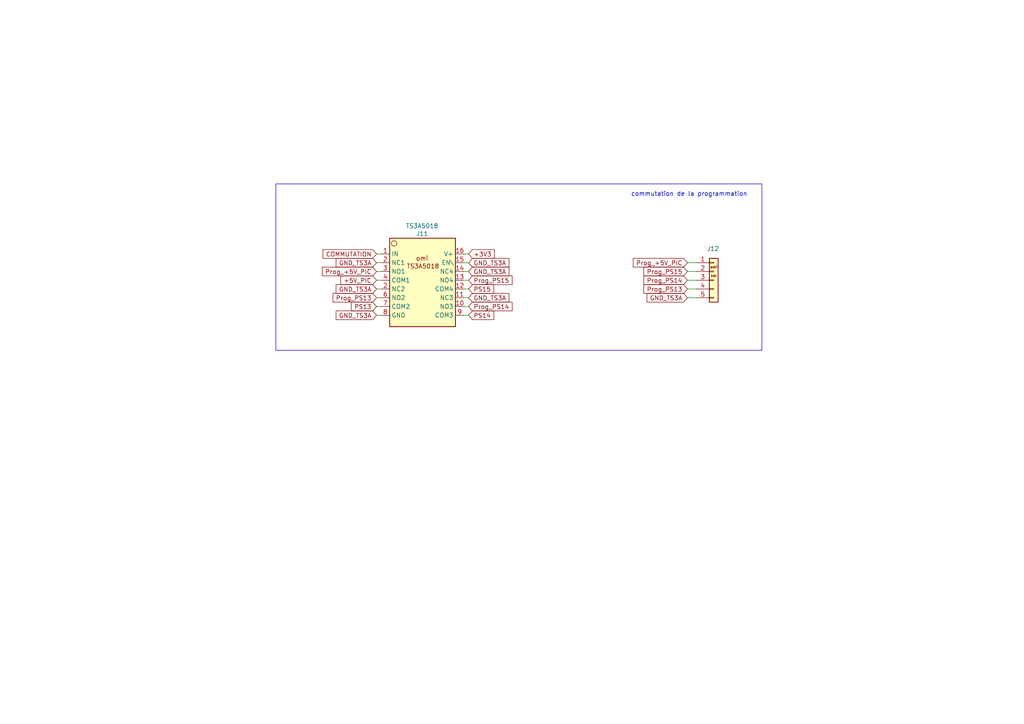
<source format=kicad_sch>
(kicad_sch (version 20231120) (generator "eeschema") (generator_version "8.0")
  (paper "A4")
  (lib_symbols
    (symbol "Omiconnecteur:Conn_01x05_P2.54mm_pinheader_vertical" (pin_names (offset 1.016) hide)
      (property "Reference" "J" (at -1.27 10.16 0))
      (symbol "Conn_01x05_P2.54mm_pinheader_vertical_1_1"
        (rectangle (start -1.27 -2.413) (end 0 -2.667) (stroke (width 0.1524)))
        (rectangle (start -1.27 0.127) (end 0 -0.127) (stroke (width 0.1524)))
        (rectangle (start -1.27 2.667) (end 0 2.413) (stroke (width 0.1524)))
        (rectangle (start -1.27 5.207) (end 0 4.953) (stroke (width 0.1524)))
        (rectangle (start -1.27 7.747) (end 0 7.493) (stroke (width 0.1524)))
        (rectangle (start -1.27 8.89) (end 1.27 -3.81) (stroke (width 0.254)) (fill (type background)))
        (text "2.54" (at 0 3.81 0) (effects (font (size 0.5 0.5))))
        (text "omi" (at 0 6.35 0) (effects (font (size 0.75 0.75))))
        (pin passive line (at -5.08 7.62 0) (length 3.81) (name "Pin_1") (number "1"))
        (pin passive line (at -5.08 5.08 0) (length 3.81) (name "Pin_2") (number "2"))
        (pin passive line (at -5.08 2.54 0) (length 3.81) (name "Pin_3") (number "3"))
        (pin passive line (at -5.08 0 0) (length 3.81) (name "Pin_4") (number "4"))
        (pin passive line (at -5.08 -2.54 0) (length 3.81) (name "Pin_5") (number "5"))
      )
    )
    (symbol "Omiswitch:TS3A5018"
      (property "Reference" "J" (at 1.016 5.842 0))
      (symbol "TS3A5018_0_1"
        (rectangle (start -5.08 3.302) (end 13.97 -22.352) (stroke (width 0.254)) (fill (type background)))
        (circle (center -3.81 1.778) (radius 0.762))
      )
      (symbol "TS3A5018_1_1"
        (text "omi\n" (at 4.318 -2.54 0) (effects (font (size 1.27 1.27))))
        (text "TS3A5018" (at 4.572 -4.826 0) (effects (font (size 1.27 1.27))))
        (pin input line (at -7.62 -1.27 0) (length 2.54) (name "IN") (number "1"))
        (pin input line (at 16.51 -16.51 180) (length 2.54) (name "NO3") (number "10"))
        (pin input line (at 16.51 -13.97 180) (length 2.54) (name "NC3") (number "11"))
        (pin input line (at 16.51 -11.43 180) (length 2.54) (name "COM4") (number "12"))
        (pin input line (at 16.51 -8.89 180) (length 2.54) (name "NO4") (number "13"))
        (pin input line (at 16.51 -6.35 180) (length 2.54) (name "NC4") (number "14"))
        (pin input line (at 16.51 -3.81 180) (length 2.54) (name "EN\\") (number "15"))
        (pin input line (at 16.51 -1.27 180) (length 2.54) (name "V+") (number "16"))
        (pin input line (at -7.62 -3.81 0) (length 2.54) (name "NC1") (number "2"))
        (pin input line (at -7.62 -11.43 0) (length 2.54) (name "NC2") (number "2"))
        (pin input line (at -7.62 -6.35 0) (length 2.54) (name "NO1") (number "3"))
        (pin input line (at -7.62 -8.89 0) (length 2.54) (name "COM1") (number "4"))
        (pin input line (at -7.62 -13.97 0) (length 2.54) (name "NO2") (number "6"))
        (pin input line (at -7.62 -16.51 0) (length 2.54) (name "COM2") (number "7"))
        (pin input line (at -7.62 -19.05 0) (length 2.54) (name "GND") (number "8"))
        (pin input line (at 16.51 -19.05 180) (length 2.54) (name "COM3") (number "9"))
      )
    )
  )
  (wire (pts (xy 199.39 76.2) (xy 201.93 76.2)))
  (wire (pts (xy 109.22 83.82) (xy 110.49 83.82)))
  (wire (pts (xy 135.89 91.44) (xy 134.62 91.44)))
  (wire (pts (xy 109.22 76.2) (xy 110.49 76.2)))
  (wire (pts (xy 109.22 78.74) (xy 110.49 78.74)))
  (wire (pts (xy 109.22 91.44) (xy 110.49 91.44)))
  (wire (pts (xy 109.22 73.66) (xy 110.49 73.66)))
  (wire (pts (xy 109.22 86.36) (xy 110.49 86.36)))
  (wire (pts (xy 135.89 76.2) (xy 134.62 76.2)))
  (wire (pts (xy 199.39 83.82) (xy 201.93 83.82)))
  (wire (pts (xy 135.89 83.82) (xy 134.62 83.82)))
  (wire (pts (xy 109.22 88.9) (xy 110.49 88.9)))
  (wire (pts (xy 135.89 78.74) (xy 134.62 78.74)))
  (wire (pts (xy 199.39 78.74) (xy 201.93 78.74)))
  (wire (pts (xy 135.89 86.36) (xy 134.62 86.36)))
  (wire (pts (xy 109.22 81.28) (xy 110.49 81.28)))
  (wire (pts (xy 199.39 81.28) (xy 201.93 81.28)))
  (wire (pts (xy 135.89 88.9) (xy 134.62 88.9)))
  (wire (pts (xy 199.39 86.36) (xy 201.93 86.36)))
  (wire (pts (xy 135.89 81.28) (xy 134.62 81.28)))
  (wire (pts (xy 135.89 73.66) (xy 134.62 73.66)))
  (rectangle (start 80.01 53.34) (end 220.98 101.6))
  (text "commutation de la programmation\n" (at 199.898 56.388 0) (effects (font (size 1.27 1.27))))
  (global_label "Prog_+5V_PIC" (shape input) (at 199.39 76.2 180) (property "Intersheetrefs" "${INTERSHEET_REFS}" (effects (hide yes))))
  (global_label "GND_TS3A" (shape input) (at 135.89 86.36 0) (property "Intersheetrefs" "${INTERSHEET_REFS}" (effects (hide yes))))
  (global_label "Prog_+5V_PIC" (shape input) (at 109.22 78.74 180) (property "Intersheetrefs" "${INTERSHEET_REFS}" (effects (hide yes))))
  (global_label "COMMUTATION" (shape input) (at 109.22 73.66 180) (property "Intersheetrefs" "${INTERSHEET_REFS}" (effects (hide yes))))
  (global_label "Prog_PS15" (shape input) (at 135.89 81.28 0) (property "Intersheetrefs" "${INTERSHEET_REFS}" (effects (hide yes))))
  (global_label "PS15" (shape input) (at 135.89 83.82 0) (property "Intersheetrefs" "${INTERSHEET_REFS}" (effects (hide yes))))
  (global_label "Prog_PS13" (shape input) (at 109.22 86.36 180) (property "Intersheetrefs" "${INTERSHEET_REFS}" (effects (hide yes))))
  (global_label "+5V_PIC" (shape input) (at 109.22 81.28 180) (property "Intersheetrefs" "${INTERSHEET_REFS}" (effects (hide yes))))
  (global_label "+3V3" (shape input) (at 135.89 73.66 0) (property "Intersheetrefs" "${INTERSHEET_REFS}" (effects (hide yes))))
  (global_label "GND_TS3A" (shape input) (at 135.89 78.74 0) (property "Intersheetrefs" "${INTERSHEET_REFS}" (effects (hide yes))))
  (global_label "GND_TS3A" (shape input) (at 109.22 83.82 180) (property "Intersheetrefs" "${INTERSHEET_REFS}" (effects (hide yes))))
  (global_label "Prog_PS14" (shape input) (at 135.89 88.9 0) (property "Intersheetrefs" "${INTERSHEET_REFS}" (effects (hide yes))))
  (global_label "Prog_PS15" (shape input) (at 199.39 78.74 180) (property "Intersheetrefs" "${INTERSHEET_REFS}" (effects (hide yes))))
  (global_label "Prog_PS14" (shape input) (at 199.39 81.28 180) (property "Intersheetrefs" "${INTERSHEET_REFS}" (effects (hide yes))))
  (global_label "GND_TS3A" (shape input) (at 109.22 91.44 180) (property "Intersheetrefs" "${INTERSHEET_REFS}" (effects (hide yes))))
  (global_label "PS14" (shape input) (at 135.89 91.44 0) (property "Intersheetrefs" "${INTERSHEET_REFS}" (effects (hide yes))))
  (global_label "GND_TS3A" (shape input) (at 109.22 76.2 180) (property "Intersheetrefs" "${INTERSHEET_REFS}" (effects (hide yes))))
  (global_label "PS13" (shape input) (at 109.22 88.9 180) (property "Intersheetrefs" "${INTERSHEET_REFS}" (effects (hide yes))))
  (global_label "GND_TS3A" (shape input) (at 135.89 76.2 0) (property "Intersheetrefs" "${INTERSHEET_REFS}" (effects (hide yes))))
  (global_label "GND_TS3A" (shape input) (at 199.39 86.36 180) (property "Intersheetrefs" "${INTERSHEET_REFS}" (effects (hide yes))))
  (global_label "Prog_PS13" (shape input) (at 199.39 83.82 180) (property "Intersheetrefs" "${INTERSHEET_REFS}" (effects (hide yes))))
  (symbol (lib_id "Omiswitch:TS3A5018") (at 118.11 72.39 0) (unit 1)
    (property "Reference" "J11" (at 122.428 67.818 0))
    (property "Value" "TS3A5018" (at 122.428 65.532 0))
    (property "Datasheet" "https://www.ti.com/lit/ds/symlink/ts3a5018.pdf?ts=1750706537361&ref_url=https%253A%252F%252Fwww.google.com%252F" (effects (hide yes)))
  )
  (symbol (lib_id "Omiconnecteur:Conn_01x05_P2.54mm_pinheader_vertical") (at 207.01 83.82 0) (unit 1)
    (property "Reference" "J12" (at 204.978 72.136 0) (effects (justify left)))
    (property "Value" "Conn_01x05_P2.54mm_pinheader_vertical" (effects (hide yes)))
    (property "Footprint" "Omiconnecteur:PinHeader_1x05_P2.54mm_V_omi" (effects (hide yes)))
    (property "Datasheet" "https://cdn.amphenol-cs.com/media/wysiwyg/files/documentation/datasheet/boardwiretoboard/bwb_bergstik.pdf" (effects (hide yes)))
    (property "Description" "Generic connector, single row, 01x08, script generated (kicad-library-utils/schlib/autogen/connector/)" (effects (hide yes)))
    (property "Fabriquant" "Amphenol" (effects (hide yes)))
    (property "Fabreference" "77311-102-36LF" (effects (hide yes)))
    (property "Omicron" "9069605" (effects (hide yes)))
    (property "Distributeur1" "DK:609-6203-ND" (effects (hide yes)))
    (property "Distributeur2" "M:77311-102-36LF" (effects (hide yes)))
  )
)
</source>
